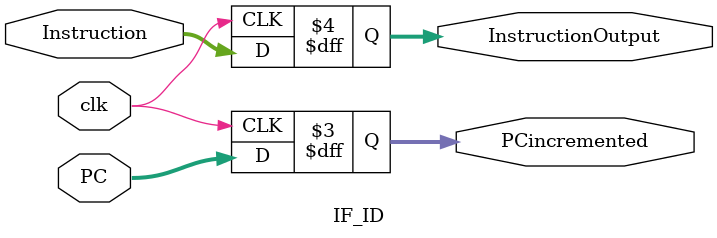
<source format=v>
module IF_ID(PCincremented,InstructionOutput,Instruction,PC,clk);
input [31:0] PC;
input [31:0] Instruction;
input clk;
output reg [31:0] PCincremented;
output reg [31:0] InstructionOutput;
initial
begin
    PCincremented= 32'b0;
	InstructionOutput= 32'b0;
	
end
always@(posedge clk)
    begin
    InstructionOutput = Instruction ;
    PCincremented = PC ;
    end
endmodule
</source>
